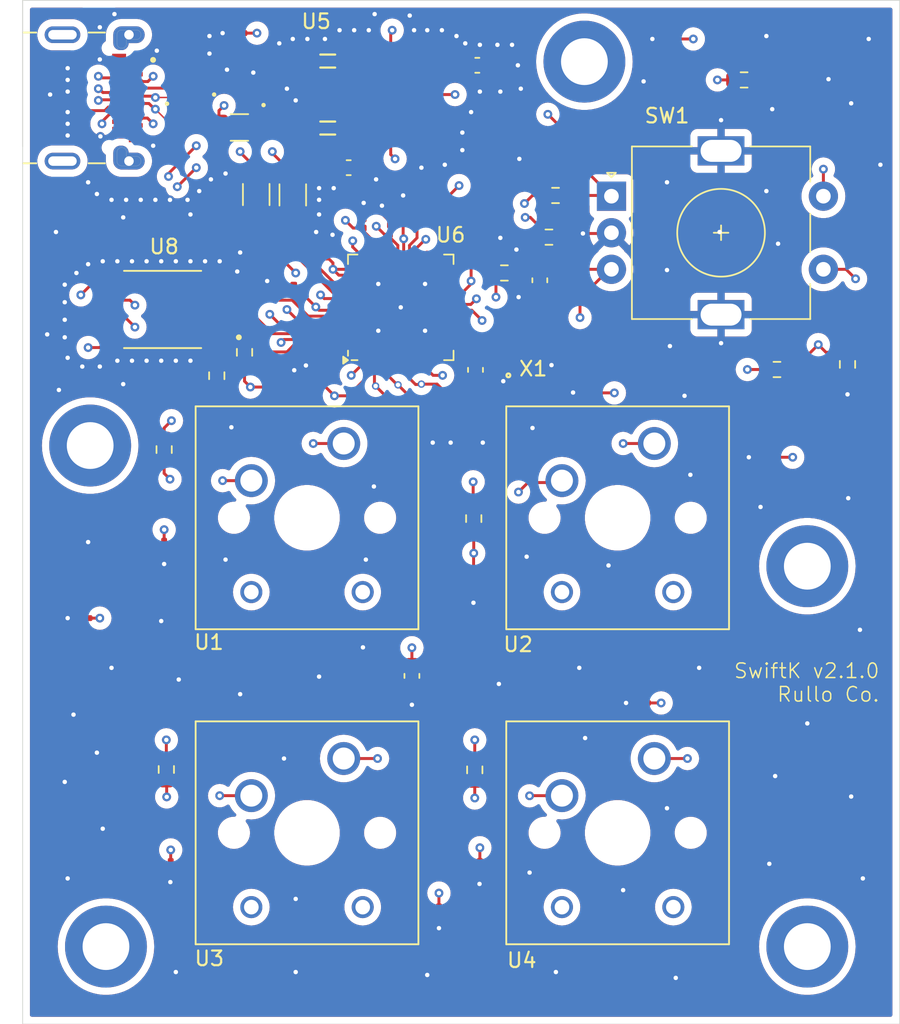
<source format=kicad_pcb>
(kicad_pcb (version 20240108) (generator "pcbnew") (generator_version "8.0")
  (layers (0 "F.Cu" signal "F.Sig1_Cu") (1 "In1.Cu" power "In1.3.3V_Cu") (2 "In2.Cu" signal "In2.Sig2_Cu") (31 "B.Cu" power "B.GND_Cu") (34 "B.Paste" user) (35 "F.Paste" user) (36 "B.SilkS" user "B.Silkscreen") (37 "F.SilkS" user "F.Silkscreen") (38 "B.Mask" user) (39 "F.Mask" user) (44 "Edge.Cuts" user))
  (net 0 "")
  (net 1 "GPIO3")
  (net 2 "GND")
  (net 3 "GPIO1")
  (net 4 "GPIO2")
  (net 5 "ROTARY_A")
  (net 6 "ROTARY_B")
  (net 7 "ROTARY_S1")
  (net 8 "+3.3V")
  (net 9 "XIN")
  (net 10 "+1V1")
  (net 11 "GPIO0")
  (net 12 "+5V")
  (net 13 "Net-(J2-CC2)")
  (net 15 "USB_D-")
  (net 17 "Net-(J2-CC1)")
  (net 21 "USB_D+")
  (net 27 "Net-(R1-Pad1)")
  (net 28 "Net-(R2-Pad1)")
  (net 29 "Net-(R3-Pad1)")
  (net 30 "Net-(R12-Pad1)")
  (net 31 "Net-(R10-Pad1)")
  (net 32 "LED_GPIO")
  (net 33 "Net-(R14-Pad1)")
  (net 34 "Net-(U6-USB_DP)")
  (net 35 "Net-(U6-USB_DM)")
  (net 36 "XOUT")
  (net 37 "QSPI_SS")
  (net 38 "USB_BOOT")
  (net 39 "Net-(R23-Pad1)")
  (net 50 "QSPI_SD3")
  (net 58 "QSPI_SCLK")
  (net 61 "QSPI_SD2")
  (net 66 "QSPI_SD0")
  (net 69 "QSPI_SD1")
  (net 70 "Net-(U5-VI)")
  (net 71 "Net-(C26-Pad2)")
  (net 72 "Net-(D2-Pad2)")
  (net 73 "Net-(J2-SHIELD-PadSH1)")
  (footprint "Capacitor_SMD:C_0603_1608Metric" (layer "F.Cu") (at 149.275 68.8)
    (property "Reference" "C9" (hide yes))
    (property "Value" "10uF" (hide yes))
  )
  (footprint "Resistor_SMD:R_0603_1608Metric" (layer "F.Cu") (at 154.175 80.55 180)
    (property "Reference" "R10" (hide yes))
    (property "Value" "470R" (hide yes))
  )
  (footprint "CAD_import_files:CHERRY_MX1A-11NN_SWITCH" (layer "F.Cu") (at 137.625 121.28)
    (property "Reference" "U3")
    (property "Value" "Key_Switch")
  )
  (footprint "Capacitor_SMD:C_0201_0603Metric" (layer "F.Cu") (at 157.305 91.2)
    (property "Reference" "C21" (hide yes))
    (property "Value" "100nF" (hide yes))
  )
  (footprint "Resistor_SMD:R_0201_0603Metric" (layer "F.Cu") (at 129.595 66.8 180)
    (property "Reference" "R7" (hide yes))
    (property "Value" "5.1k" (hide yes))
  )
  (footprint "Resistor_SMD:R_0201_0603Metric" (layer "F.Cu") (at 123.395 65.3 180)
    (property "Reference" "R8" (hide yes))
    (property "Value" "5.1k" (hide yes))
  )
  (footprint "CAD_import_files:Infineon_ESD108B1CSP0201XTSA1_L" (layer "F.Cu") (at 129.8722 70.8 180)
    (property "Reference" "CR3" (hide yes))
    (property "Value" "ESD108B1CSP0201XTSA1" (hide yes))
  )
  (footprint "Capacitor_SMD:C_0201_0603Metric" (layer "F.Cu") (at 122.395 106.6)
    (property "Reference" "C18" (hide yes))
    (property "Value" "100nF" (hide yes))
  )
  (footprint "Package_DFN_QFN:QFN-56-1EP_7x7mm_P0.4mm_EP3.2x3.2mm" (layer "F.Cu") (at 144.0375 85.35 90)
    (property "Reference" "U6")
    (property "Value" "RP2040" (hide yes))
  )
  (footprint "Capacitor_SMD:C_0201_0603Metric" (layer "F.Cu") (at 136.395 83.8 180)
    (property "Reference" "C16" (hide yes))
    (property "Value" "1uF" (hide yes))
  )
  (footprint "Resistor_SMD:R_0603_1608Metric" (layer "F.Cu") (at 131.45 90.025 90)
    (property "Reference" "R20" (hide yes))
    (property "Value" "1k" (hide yes))
  )
  (footprint "Capacitor_SMD:C_0603_1608Metric" (layer "F.Cu") (at 140.475 75.8 180)
    (property "Reference" "C8" (hide yes))
    (property "Value" "10uF" (hide yes))
  )
  (footprint "MountingHole:MountingHole_3.2mm_M3_DIN965_Pad" (layer "F.Cu") (at 171.85 129.06)
    (property "Reference" "H5" (hide yes))
    (property "Value" "MountingHole" (hide yes))
  )
  (footprint "Resistor_SMD:R_0603_1608Metric" (layer "F.Cu") (at 133.35 88.425 90)
    (property "Reference" "R19" (hide yes))
    (property "Value" "10k" (hide yes))
  )
  (footprint "MountingHole:MountingHole_3.2mm_M3_DIN965_Pad" (layer "F.Cu") (at 122.79 94.8)
    (property "Reference" "H4" (hide yes))
    (property "Value" "MountingHole" (hide yes))
  )
  (footprint "Capacitor_SMD:C_0201_0603Metric" (layer "F.Cu") (at 160.595 112.4)
    (property "Reference" "C22" (hide yes))
    (property "Value" "100nF" (hide yes))
  )
  (footprint "MountingHole:MountingHole_3.2mm_M3_DIN965_Pad" (layer "F.Cu") (at 171.85 103.05)
    (property "Reference" "H2" (hide yes))
    (property "Value" "MountingHole" (hide yes))
  )
  (footprint "Resistor_SMD:R_0603_1608Metric" (layer "F.Cu") (at 174.6 89.25 -90)
    (property "Reference" "R14" (hide yes))
    (property "Value" "10k" (hide yes))
  )
  (footprint "Capacitor_SMD:C_0201_0603Metric" (layer "F.Cu") (at 132.995 66.6)
    (property "Reference" "C23" (hide yes))
    (property "Value" "100nF" (hide yes))
  )
  (footprint "Resistor_SMD:R_0201_0603Metric" (layer "F.Cu") (at 149.02 104.295 -90)
    (property "Reference" "R23" (hide yes))
    (property "Value" "10k" (hide yes))
  )
  (footprint "CAD_import_files:Infineon_ESD108B1CSP0201XTSA1_L" (layer "F.Cu") (at 134.65 70.1222 90)
    (property "Reference" "CR1" (hide yes))
    (property "Value" "ESD108B1CSP0201XTSA1" (hide yes))
  )
  (footprint "Resistor_SMD:R_0603_1608Metric" (layer "F.Cu") (at 154.625 77.7 180)
    (property "Reference" "R9" (hide yes))
    (property "Value" "470R" (hide yes))
  )
  (footprint "CAD_import_files:CHERRY_MX1A-11NN_SWITCH" (layer "F.Cu") (at 158.875 99.74)
    (property "Reference" "U2")
    (property "Value" "Key_Switch")
  )
  (footprint "CAD_import_files:Infineon_ESD108B1CSP0201XTSA1_L" (layer "F.Cu") (at 128.05 72.8222 -90)
    (property "Reference" "CR2" (hide yes))
    (property "Value" "ESD108B1CSP0201XTSA1" (hide yes))
  )
  (footprint "Resistor_SMD:R_0603_1608Metric" (layer "F.Cu") (at 127.85 95.075 90)
    (property "Reference" "R6" (hide yes))
    (property "Value" "470R" (hide yes))
  )
  (footprint "Capacitor_SMD:C_0201_0603Metric" (layer "F.Cu") (at 141.5 79.61 90)
    (property "Reference" "C6" (hide yes))
    (property "Value" "100nF" (hide yes))
  )
  (footprint "CAD_import_files:Winbond_Elec_W25Q128JVSIQ" (layer "F.Cu") (at 127.745 85.495 180)
    (property "Reference" "U8")
    (property "Value" "W25Q128JVSIQ" (hide yes))
  )
  (footprint "CAD_import_files:Abracon_LLC_ABM8-272-T3" (layer "F.Cu") (at 152.5 86.900001 90)
    (property "Reference" "X1")
    (property "Value" "ABM8-272-T3" (hide yes))
  )
  (footprint "Resistor_SMD:R_1206_3216Metric" (layer "F.Cu") (at 136.65 77.6625 -90)
    (property "Reference" "R17" (hide yes))
    (property "Value" "27R" (hide yes))
  )
  (footprint "Resistor_SMD:R_0603_1608Metric" (layer "F.Cu") (at 167.525 69.8)
    (property "Reference" "R11" (hide yes))
    (property "Value" "180R" (hide yes))
  )
  (footprint "Resistor_SMD:R_0201_0603Metric" (layer "F.Cu") (at 128.3 123.555 -90)
    (property "Reference" "R2" (hide yes))
    (property "Value" "10k" (hide yes))
  )
  (footprint "Capacitor_SMD:C_0201_0603Metric" (layer "F.Cu") (at 149.65 93.35 90)
    (property "Reference" "C25" (hide yes))
    (property "Value" "100nF" (hide yes))
  )
  (footprint "Capacitor_SMD:C_0201_0603Metric" (layer "F.Cu") (at 134.65 81.6)
    (property "Reference" "C15" (hide yes))
    (property "Value" "100nF" (hide yes))
  )
  (footprint "CAD_import_files:liteon_LTST-C191KRKT" (layer "F.Cu") (at 171.2 69.8 180)
    (property "Reference" "D2" (hide yes))
    (property "Value" "LTST-C191KRKT" (hide yes))
  )
  (footprint "CAD_import_files:onsemi_NCP1117DT33RKG_S" (layer "F.Cu") (at 143.35 70.8 -90)
    (property "Reference" "U5")
    (property "Value" "NCP1117DT33RKG" (hide yes))
  )
  (footprint "Fuse:Fuse_1206_3216Metric" (layer "F.Cu") (at 133 73.05)
    (property "Reference" "F1" (hide yes))
    (property "Value" "SMD1206P050TF" (hide yes))
  )
  (footprint "Capacitor_SMD:C_0201_0603Metric" (layer "F.Cu") (at 162.505 67)
    (property "Reference" "C20" (hide yes))
    (property "Value" "100nF" (hide yes))
  )
  (footprint "Resistor_SMD:R_0201_0603Metric" (layer "F.Cu") (at 155.85 74.595 90)
    (property "Reference" "R12" (hide yes))
    (property "Value" "10k" (hide yes))
  )
  (footprint "Resistor_SMD:R_0603_1608Metric" (layer "F.Cu") (at 149.03 99.795 90)
    (property "Reference" "R24" (hide yes))
    (property "Value" "470R" (hide yes))
  )
  (footprint "Resistor_SMD:R_0603_1608Metric" (layer "F.Cu") (at 169.775 89.6)
    (property "Reference" "R15" (hide yes))
    (property "Value" "470R" (hide yes))
  )
  (footprint "Capacitor_SMD:C_0201_0603Metric" (layer "F.Cu") (at 139 81.595 -90)
    (property "Reference" "C17" (hide yes))
    (property "Value" "1uF" (hide yes))
  )
  (footprint "Capacitor_SMD:C_0201_0603Metric" (layer "F.Cu") (at 169.305 95.6)
    (property "Reference" "C19" (hide yes))
    (property "Value" "100nF" (hide yes))
  )
  (footprint "Capacitor_SMD:C_0201_0603Metric" (layer "F.Cu") (at 144.2 78.82 90)
    (property "Reference" "C7" (hide yes))
    (property "Value" "100nF" (hide yes))
  )
  (footprint "Resistor_SMD:R_0603_1608Metric" (layer "F.Cu") (at 151.125 83 180)
    (property "Reference" "R21" (hide yes))
    (property "Value" "1k" (hide yes))
  )
  (footprint "Capacitor_SMD:C_0603_1608Metric" (layer "F.Cu") (at 149.15 89.625 90)
    (property "Reference" "C4" (hide yes))
    (property "Value" "15pF" (hide yes))
  )
  (footprint "CAD_import_files:RotaryEncoder_Alps_EC11E-Switch_Vertical_H20mm" (layer "F.Cu") (at 158.45 77.75)
    (property "Reference" "SW1")
    (property "Value" "RotaryEncoder_Switch_MP" (hide yes))
  )
  (footprint "CAD_import_files:CHERRY_MX1A-11NN_SWITCH" (layer "F.Cu") (at 137.625 99.74)
    (property "Reference" "U1")
    (property "Value" "Key_Switch")
  )
  (footprint "Resistor_SMD:R_0201_0603Metric" (layer "F.Cu") (at 149.45 123.55 -90)
    (property "Reference" "R1" (hide yes))
    (property "Value" "10k" (hide yes))
  )
  (footprint "Capacitor_SMD:C_0201_0603Metric" (layer "F.Cu") (at 143.3 80.045 90)
    (property "Reference" "C5" (hide yes))
    (property "Value" "100nF" (hide yes))
  )
  (footprint "Capacitor_SMD:C_0201_0603Metric" (layer "F.Cu") (at 135.725 90.8 180)
    (property "Reference" "C13" (hide yes))
    (property "Value" "100nF" (hide yes))
  )
  (footprint "Capacitor_SMD:C_0201_0603Metric" (layer "F.Cu") (at 146.65 126.655 90)
    (property "Reference" "C24" (hide yes))
    (property "Value" "100nF" (hide yes))
  )
  (footprint "Resistor_SMD:R_0201_0603Metric" (layer "F.Cu") (at 127.85 101.655 -90)
    (property "Reference" "R3" (hide yes))
    (property "Value" "10k" (hide yes))
  )
  (footprint "Capacitor_SMD:C_0201_0603Metric" (layer "F.Cu") (at 146.25 93.35 90)
    (property "Reference" "C2" (hide yes))
    (property "Value" "100nF" (hide yes))
  )
  (footprint "Capacitor_SMD:C_0201_0603Metric" (layer "F.Cu") (at 149.705 80.6 180)
    (property "Reference" "C14" (hide yes))
    (property "Value" "100nF" (hide yes))
  )
  (footprint "CAD_import_files:te_connectivity_2345986-1" (layer "F.Cu") (at 122.145 71.03 -90)
    (property "Reference" "J2" (hide yes))
    (property "Value" "USB-C" (hide yes))
    (fp_line (start -3.72 -2.475) (end -4.32 -2.475) (stroke (width 0.01)) (layer "Edge.Cuts"))
    (fp_line (start 3.72 -2.475) (end 4.32 -2.475) (stroke (width 0.01)) (layer "Edge.Cuts"))
    (fp_line (start -4.645 -2.8) (end -4.645 -3.8) (stroke (width 0.01)) (layer "Edge.Cuts"))
    (fp_line (start 4.645 -2.8) (end 4.645 -3.8) (stroke (width 0.01)) (layer "Edge.Cuts"))
    (fp_line (start -3.995 -3.125) (end -3.72 -3.125) (stroke (width 0.01)) (layer "Edge.Cuts"))
    (fp_line (start 3.995 -3.125) (end 3.72 -3.125) (stroke (width 0.01)) (layer "Edge.Cuts"))
    (fp_line (start -3.995 -3.8) (end -3.995 -3.125) (stroke (width 0.01)) (layer "Edge.Cuts"))
    (fp_line (start 3.995 -3.8) (end 3.995 -3.125) (stroke (width 0.01)) (layer "Edge.Cuts"))
    (fp_arc (start -4.32 -2.475) (mid -4.54981 -2.57019) (end -4.645 -2.8) (stroke (width 0.01)) (layer "Edge.Cuts"))
    (fp_arc (start 3.72 -2.475) (mid 3.49019 -2.57019) (end 3.395 -2.8) (stroke (width 0.01)) (layer "Edge.Cuts"))
    (fp_arc (start -3.395 -2.8) (mid -3.49019 -2.57019) (end -3.72 -2.475) (stroke (width 0.01)) (layer "Edge.Cuts"))
    (fp_arc (start 3.395 -2.8) (mid 3.49019 -3.02981) (end 3.72 -3.125) (stroke (width 0.01)) (layer "Edge.Cuts"))
    (fp_arc (start 4.645 -2.8) (mid 4.54981 -2.57019) (end 4.32 -2.475) (stroke (width 0.01)) (layer "Edge.Cuts"))
    (fp_arc (start -3.72 -3.125) (mid -3.49019 -3.02981) (end -3.395 -2.8) (stroke (width 0.01)) (layer "Edge.Cuts"))
    (fp_arc (start -4.645 -3.8) (mid -4.54981 -4.02981) (end -4.32 -4.125) (stroke (width 0.01)) (layer "Edge.Cuts"))
    (fp_arc (start 3.995 -3.8) (mid 4.09019 -4.02981) (end 4.32 -4.125) (stroke (width 0.01)) (layer "Edge.Cuts"))
    (fp_arc (start -4.32 -4.125) (mid -4.09019 -4.02981) (end -3.995 -3.8) (stroke (width 0.01)) (layer "Edge.Cuts"))
    (fp_arc (start 4.32 -4.125) (mid 4.54981 -4.02981) (end 4.645 -3.8) (stroke (width 0.01)) (layer "Edge.Cuts"))
  )
  (footprint "MountingHole:MountingHole_3.2mm_M3_DIN965_Pad" (layer "F.Cu") (at 123.87 129.06)
    (property "Reference" "H3" (hide yes))
    (property "Value" "MountingHole" (hide yes))
  )
  (footprint "Resistor_SMD:R_1206_3216Metric" (layer "F.Cu") (at 134.15 77.6375 -90)
    (property "Reference" "R16" (hide yes))
    (property "Value" "27R" (hide yes))
  )
  (footprint "MountingHole:MountingHole_3.2mm_M3_DIN965_Pad" (layer "F.Cu") (at 156.6 68.55)
    (property "Reference" "H1" (hide yes))
    (property "Value" "MountingHole" (hide yes))
  )
  (footprint "Resistor_SMD:R_0201_0603Metric" (layer "F.Cu") (at 156.3 84.695 -90)
    (property "Reference" "R13" (hide yes))
    (property "Value" "10k" (hide yes))
  )
  (footprint "Resistor_SMD:R_0603_1608Metric" (layer "F.Cu") (at 128 116.95 90)
    (property "Reference" "R5" (hide yes))
    (property "Value" "470R" (hide yes))
  )
  (footprint "Resistor_SMD:R_0603_1608Metric" (layer "F.Cu") (at 149.1 116.975 90)
    (property "Reference" "R4" (hide yes))
    (property "Value" "470R" (hide yes))
  )
  (footprint "Capacitor_SMD:C_0201_0603Metric" (layer "F.Cu") (at 147.45 93.345 90)
    (property "Reference" "C1" (hide yes))
    (property "Value" "100nF" (hide yes))
  )
  (footprint "CAD_import_files:CHERRY_MX1A-11NN_SWITCH" (layer "F.Cu") (at 158.875 121.28)
    (property "Reference" "U4")
    (property "Value" "Key_Switch")
  )
  (footprint "Capacitor_SMD:C_0603_1608Metric" (layer "F.Cu") (at 144.8 110.55 -90)
    (property "Reference" "C12" (hide yes))
    (property "Value" "10uF" (hide yes))
  )
  (footprint "Capacitor_SMD:C_0201_0603Metric" (layer "F.Cu") (at 138.55 89.9 -90)
    (property "Reference" "C3" (hide yes))
    (property "Value" "100nF" (hide yes))
  )
  (footprint "Capacitor_SMD:C_0603_1608Metric" (layer "F.Cu") (at 153.55 83.5 -90)
    (property "Reference" "C26" (hide yes))
    (property "Value" "15pF" (hide yes))
  )
  (gr_line (start 178.17 64.36) (end 118.17 64.36) (stroke (width 0.05)) (layer "Edge.Cuts"))
  (gr_line (start 118.17 64.36) (end 118.17 74.36) (stroke (width 0.05)) (layer "Edge.Cuts"))
  (gr_line (start 178.17 134.36) (end 118.17 134.36) (stroke (width 0.05)) (layer "Edge.Cuts"))
  (gr_line (start 118.17 134.36) (end 118.17 64.36) (stroke (width 0.05)) (layer "Edge.Cuts"))
  (gr_line (start 178.17 134.36) (end 178.17 64.36) (stroke (width 0.05)) (layer "Edge.Cuts"))
  (gr_text "SwiftK v2.1.0\nRullo Co." (at 176.85 112.4 0) (layer "F.SilkS") (effects (font (size 1 1) (thickness 0.1)) (justify right bottom)))
  (segment (start 145.45 90.6) (end 146.525 90.6) (width 0.2) (layer "F.Cu") (net 1))
  (segment (start 148.875 91.425) (end 149.65 92.2) (width 0.2) (layer "F.Cu") (net 1))
  (segment (start 148.99 98.93) (end 149.03 98.97) (width 0.2) (layer "F.Cu") (net 1))
  (segment (start 148.99 97.28) (end 148.99 98.93) (width 0.2) (layer "F.Cu") (net 1))
  (segment (start 145.45 90.6) (end 145.425 90.625) (width 0.2) (layer "F.Cu") (net 1))
  (segment (start 143.24114 89.525) (end 143.0375 89.32136) (width 0.2) (layer "F.Cu") (net 1))
  (segment (start 149.65 92.2) (end 149.65 93.03) (width 0.2) (layer "F.Cu") (net 1))
  (segment (start 145.425 90.625) (end 145.05 90.625) (width 0.2) (layer "F.Cu") (net 1))
  (segment (start 143.0375 89.32136) (end 143.0375 88.7875) (width 0.2) (layer "F.Cu") (net 1))
  (segment (start 146.525 90.6) (end 147.35 91.425) (width 0.2) (layer "F.Cu") (net 1))
  (segment (start 143.95 89.525) (end 143.24114 89.525) (width 0.2) (layer "F.Cu") (net 1))
  (segment (start 148.99 97.28) (end 149.02 97.31) (width 0.2) (layer "F.Cu") (net 1))
  (segment (start 145.05 90.625) (end 143.95 89.525) (width 0.2) (layer "F.Cu") (net 1))
  (segment (start 147.35 91.425) (end 148.875 91.425) (width 0.2) (layer "F.Cu") (net 1))
  (via (at 148.99 97.28) (size 0.6) (drill 0.3) (layers "F.Cu" "B.Cu") (net 1))
  (via (at 145.45 90.6) (size 0.5) (drill 0.3) (layers "F.Cu" "B.Cu") (net 1))
  (segment (start 135.726501 67.3) (end 136.9365 68.509999) (width 0.2) (layer "F.Cu") (net 2))
  (segment (start 149.425 124.775) (end 149.425 123.895) (width 0.2) (layer "F.Cu") (net 2))
  (segment (start 142.75 78.95) (end 143.3 79.5) (width 0.2) (layer "F.Cu") (net 2))
  (segment (start 152.1 84.65) (end 151.4 85.35) (width 0.2) (layer "F.Cu") (net 2))
  (segment (start 131.85 66.6) (end 132.675 66.6) (width 0.2) (layer "F.Cu") (net 2))
  (segment (start 156.5 80.3) (end 158.4 80.3) (width 0.2) (layer "F.Cu") (net 2))
  (segment (start 132.04 82.9) (end 131.35 83.59) (width 0.2) (layer "F.Cu") (net 2))
  (segment (start 151.05 90.4) (end 149.15 90.4) (width 0.2) (layer "F.Cu") (net 2))
  (segment (start 173.3 69.75) (end 172.05 69.75) (width 0.2) (layer "F.Cu") (net 2))
  (segment (start 134.5865 69.9365) (end 134.65 69.9365) (width 0.1) (layer "F.Cu") (net 2))
  (segment (start 137.805 89.58) (end 138.55 89.58) (width 0.2) (layer "F.Cu") (net 2))
  (segment (start 134.9 83.55) (end 135.15 83.8) (width 0.2) (layer "F.Cu") (net 2))
  (segment (start 159.45 112.4) (end 160.275 112.4) (width 0.2) (layer "F.Cu") (net 2))
  (segment (start 130.45 70.8) (end 130.0579 70.8) (width 0.2) (layer "F.Cu") (net 2))
  (segment (start 147.45 93.665) (end 147.45 94.6) (width 0.2) (layer "F.Cu") (net 2))
  (segment (start 167.85 95.6) (end 169.075 95.6) (width 0.2) (layer "F.Cu") (net 2))
  (segment (start 128.05 73.35) (end 128.05 73) (width 0.1) (layer "F.Cu") (net 2))
  (segment (start 165.95 87.8) (end 165.95 85.85) (width 0.2) (layer "F.Cu") (net 2))
  (segment (start 128.275 123.9) (end 128.3 123.875) (width 0.2) (layer "F.Cu") (net 2))
  (segment (start 165.95 72.55) (end 165.95 74.65) (width 0.2) (layer "F.Cu") (net 2))
  (segment (start 121.25 106.6) (end 122.075 106.6) (width 0.2) (layer "F.Cu") (net 2))
  (segment (start 148.98 105.56) (end 149.02 105.52) (width 0.2) (layer "F.Cu") (net 2))
  (segment (start 124.645 68.285) (end 124.77 68.16) (width 0.05) (layer "F.Cu") (net 2))
  (segment (start 133.95 69.3) (end 134.5865 69.9365) (width 0.1) (layer "F.Cu") (net 2))
  (segment (start 149.02 105.52) (end 149.02 104.615) (width 0.2) (layer "F.Cu") (net 2))
  (segment (start 144.2 77.7) (end 144.2 78.5) (width 0.2) (layer "F.Cu") (net 2))
  (segment (start 124.45 65.3) (end 123.715 65.3) (width 0.2) (layer "F.Cu") (net 2))
  (segment (start 126.52 67.8) (end 125.91 68.41) (width 0.2) (layer "F.Cu") (net 2))
  (segment (start 127.85 101.975) (end 127.85 102.9) (width 0.2) (layer "F.Cu") (net 2))
  (segment (start 158.4 80.3) (end 158.45 80.25) (width 0.2) (layer "F.Cu") (net 2))
  (segment (start 155.85 91.2) (end 156.985 91.2) (width 0.2) (layer "F.Cu") (net 2))
  (segment (start 146.225 94.6) (end 146.225 93.695) (width 0.2) (layer "F.Cu") (net 2))
  (segment (start 149.65 94.6) (end 149.65 93.67) (width 0.2) (layer "F.Cu") (net 2))
  (segment (start 132.85 82.9) (end 132.04 82.9) (width 0.2) (layer "F.Cu") (net 2))
  (segment (start 150.85 80.6) (end 150.025 80.6) (width 0.2) (layer "F.Cu") (net 2))
  (segment (start 123.45 68.4) (end 123.565 68.285) (width 0.05) (layer "F.Cu") (net 2))
  (segment (start 129.915 66.8) (end 130.95 66.8) (width 0.2) (layer "F.Cu") (net 2))
  (segment (start 143.3 79.5) (end 143.3 79.725) (width 0.2) (layer "F.Cu") (net 2))
  (segment (start 137.55 89.325) (end 137.805 89.58) (width 0.2) (layer "F.Cu") (net 2))
  (segment (start 139.37 80.39) (end 139 80.76) (width 0.2) (layer "F.Cu") (net 2))
  (segment (start 151.95 81.4) (end 153.275 82.725) (width 0.2) (layer "F.Cu") (net 2))
  (segment (start 152.05 68.8) (end 150.05 68.8) (width 0.2) (layer "F.Cu") (net 2))
  (segment (start 141.5 78.21) (end 141.5 79.29) (width 0.2) (layer "F.Cu") (net 2))
  (segment (start 153.275 82.725) (end 153.55 82.725) (width 0.2) (layer "F.Cu") (net 2))
  (segment (start 135.15 83.8) (end 136.075 83.8) (width 0.2) (layer "F.Cu") (net 2))
  (segment (start 123.49 73.66) (end 124.77 73.66) (width 0.2) (layer "F.Cu") (net 2))
  (segment (start 123.565 68.285) (end 124.645 68.285) (width 0.1) (layer "F.Cu") (net 2))
  (segment (start 149.425 123.895) (end 149.45 123.87) (width 0.2) (layer "F.Cu") (net 2))
  (segment (start 126.71 73.91) (end 127.1 74.3) (width 0.2) (layer "F.Cu") (net 2))
  (segment (start 142.35 76.6) (end 142.05 76.6) (width 0.2) (layer "F.Cu") (net 2))
  (segment (start 174.6 91.3) (end 174.6 90.075) (width 0.2) (layer "F.Cu") (net 2))
  (segment (start 142.75 78.4) (end 142.75 78.95) (width 0.2) (layer "F.Cu") (net 2))
  (segment (start 132.15 69.1) (end 130.45 70.8) (width 0.2) (layer "F.Cu") (net 2))
  (segment (start 136.045 90.355) (end 136.75 89.65) (width 0.2) (layer "F.Cu") (net 2))
  (segment (start 146.3 86.35) (end 145.7 86.95) (width 0.2) (layer "F.Cu") (net 2))
  (segment (start 146.65 127.8) (end 146.65 126.975) (width 0.2) (layer "F.Cu") (net 2))
  (segment (start 134.33 81.6) (end 133.05 81.6) (width 0.2) (layer "F.Cu") (net 2))
  (segment (start 155.825 91.175) (end 155.85 91.2) (width 0.2) (layer "F.Cu") (net 2))
  (segment (start 144.8 112.525) (end 144.8 111.325) (width 0.2) (layer "F.Cu") (net 2))
  (segment (start 127.35 67.8) (end 126.52 67.8) (width 0.2) (layer "F.Cu") (net 2))
  (segment (start 125.91 73.91) (end 126.71 73.91) (width 0.2) (layer "F.Cu") (net 2))
  (segment (start 151.4 85.35) (end 151.4 86.1) (width 0.2) (layer "F.Cu") (net 2))
  (segment (start 154.35 89.3) (end 154.35 88.450002) (width 0.2) (layer "F.Cu") (net 2))
  (segment (start 161.25 67) (end 162.185 67) (width 0.2) (layer "F.Cu") (net 2))
  (segment (start 136.045 90.8) (end 136.045 90.355) (width 0.2) (layer "F.Cu") (net 2))
  (segment (start 127.1 74.3) (end 128.05 73.35) (width 0.1) (layer "F.Cu") (net 2))
  (segment (start 147.475 86.35) (end 146.3 86.35) (width 0.2) (layer "F.Cu") (net 2))
  (segment (start 154.35 88.450002) (end 153.6 87.700002) (width 0.2) (layer "F.Cu") (net 2))
  (segment (start 142.05 76.6) (end 141.25 75.8) (width 0.2) (layer "F.Cu") (net 2))
  (segment (start 128.275 124.65) (end 128.275 123.9) (width 0.2) (layer "F.Cu") (net 2))
  (segment (start 139 80.76) (end 139 81.275) (width 0.2) (layer "F.Cu") (net 2))
  (via (at 163.45 91.4) (size 0.6) (drill 0.3) (layers "F.Cu" "B.Cu") (net 2))
  (via (at 149.425 124.775) (size 0.6) (drill 0.3) (layers "F.Cu" "B.Cu") (net 2))
  (via (at 173.3 69.75) (size 0.6) (drill 0.3) (layers "F.Cu" "B.Cu") (net 2))
  (via (at 123.45 89.4) (size 0.6) (drill 0.3) (layers "F.Cu" "B.Cu") (net 2))
  (via (at 147.45 94.6) (size 0.6) (drill 0.3) (layers "F.Cu" "B.Cu") (net 2))
  (via (at 144.65 65.4) (size 0.6) (drill 0.3) (layers "F.Cu" "B.Cu") (net 2))
  (via (at 126.65 89) (size 0.6) (drill 0.3) (layers "F.Cu" "B.Cu") (net 2))
  (via (at 150.75 111.1) (size 0.6) (drill 0.3) (layers "F.Cu" "B.Cu") (net 2))
  (via (at 150.65 67.4) (size 0.6) (drill 0.3) (layers "F.Cu" "B.Cu") (net 2))
  (via (at 148.45 67.3) (size 0.6) (drill 0.3) (layers "F.Cu" "B.Cu") (net 2))
  (via (at 165.85 80.2) (size 0.6) (drill 0.3) (layers "F.Cu" "B.Cu") (net 2))
  (via (at 121.05 85) (size 0.6) (drill 0.3) (layers "F.Cu" "B.Cu") (net 2))
  (via (at 132.05 102.6) (size 0.6) (drill 0.3) (layers "F.Cu" "B.Cu") (net 2))
  (via (at 162.25 82.8) (size 0.6) (drill 0.3) (layers "F.Cu" "B.Cu") (net 2))
  (via (at 152.25 70.4) (size 0.6) (drill 0.3) (layers "F.Cu" "B.Cu") (net 2))
  (via (at 159.45 112.4) (size 0.6) (drill 0.3) (layers "F.Cu" "B.Cu") (net 2))
  (via (at 136.85 125.8) (size 0.6) (drill 0.3) (layers "F.Cu" "B.Cu") (net 2))
  (via (at 131.85 66.6) (size 0.6) (drill 0.3) (layers "F.Cu" "B.Cu") (net 2))
  (via (at 168.65 99) (size 0.6) (drill 0.3) (layers "F.Cu" "B.Cu") (net 2))
  (via (at 128.65 89) (size 0.6) (drill 0.3) (layers "F.Cu" "B.Cu") (net 2))
  (via (at 174.6 91.3) (size 0.6) (drill 0.3) (layers "F.Cu" "B.Cu") (net 2))
  (via (at 136.75 89.65) (size 0.6) (drill 0.3) (layers "F.Cu" "B.Cu") (net 2))
  (via (at 146.85 66.4) (size 0.6) (drill 0.3) (layers "F.Cu" "B.Cu") (net 2))
  (via (at 123.65 82.2) (size 0.6) (drill 0.3) (layers "F.Cu" "B.Cu") (net 2))
  (via (at 132.85 82.9) (size 0.6) (drill 0.3) (layers "F.Cu" "B.Cu") (net 2))
  (via (at 121.25 73.6) (size 0.6) (drill 0.3) (layers "F.Cu" "B.Cu") (net 2))
  (via (at 175.65 124.4) (size 0.6) (drill 0.3) (layers "F.Cu" "B.Cu") (net 2))
  (via (at 121.25 72) (size 0.6) (drill 0.3) (layers "F.Cu" "B.Cu") (net 2))
  (via (at 126.25 78) (size 0.6) (drill 0.3) (layers "F.Cu" "B.Cu") (net 2))
  (via (at 133.05 111.8) (size 0.6) (drill 0.3) (layers "F.Cu" "B.Cu") (net 2))
  (via (at 176.85 75.6) (size 0.6) (drill 0.3) (layers "F.Cu" "B.Cu") (net 2))
  (via (at 128.65 130.8) (size 0.6) (drill 0.3) (layers "F.Cu" "B.Cu") (net 2))
  (via (at 162.85 131.2) (size 0.6) (drill 0.3) (layers "F.Cu" "B.Cu") (net 2))
  (via (at 126.65 82.2) (size 0.6) (drill 0.3) (layers "F.Cu" "B.Cu") (net 2))
  (via (at 129.65 79) (size 0.6) (drill 0.3) (layers "F.Cu" "B.Cu") (net 2))
  (via (at 152.15 75.2) (size 0.6) (drill 0.3) (layers "F.Cu" "B.Cu") (net 2))
  (via (at 128.25 78) (size 0.6) (drill 0.3) (layers "F.Cu" "B.Cu") (net 2))
  (via (at 125.25 78) (size 0.6) (drill 0.3) (layers "F.Cu" "B.Cu") (net 2))
  (via (at 123.49 73.66) (size 0.6) (drill 0.3) (layers "F.Cu" "B.Cu") (net 2))
  (via (at 140.85 66.4) (size 0.6) (drill 0.3) (layers "F.Cu" "B.Cu") (net 2))
  (via (at 164.45 110) (size 0.6) (drill 0.3) (layers "F.Cu" "B.Cu") (net 2))
  (via (at 147.85 66.8) (size 0.6) (drill 0.3) (layers "F.Cu" "B.Cu") (net 2))
  (via (at 169.05 66.8) (size 0.6) (drill 0.3) (layers "F.Cu" "B.Cu") (net 2))
  (via (at 125.05 90.6) (size 0.6) (drill 0.3) (layers "F.Cu" "B.Cu") (net 2))
  (via (at 127.85 102.9) (size 0.6) (drill 0.3) (layers "F.Cu" "B.Cu") (net 2))
  (via (at 125.05 79.2) (size 0.6) (drill 0.3) (layers "F.Cu" "B.Cu") (net 2))
  (via (at 138.45 110.6) (size 0.6) (drill 0.3) (layers "F.Cu" "B.Cu") (net 2))
  (via (at 120.65 91) (size 0.6) (drill 0.3) (layers "F.Cu" "B.Cu") (net 2))
  (via (at 136.85 71.2) (size 0.6) (drill 0.3) (layers "F.Cu" "B.Cu") (net 2))
  (via (at 150.85 70.6) (size 0.6) (drill 0.3) (layers "F.Cu" "B.Cu") (net 2))
  (via (at 145.85 66.4) (size 0.6) (drill 0.3) (layers "F.Cu" "B.Cu") (net 2))
  (via (at 127.65 89) (size 0.6) (drill 0.3) (layers "F.Cu" "B.Cu") (net 2))
  (via (at 160.65 69.9) (size 0.6) (drill 0.3) (layers "F.Cu" "B.Cu") (net 2))
  (via (at 130.65 82.2) (size 0.6) (drill 0.3) (layers "F.Cu" "B.Cu") (net 2))
  (via (at 162.45 88) (size 0.6) (drill 0.3) (layers "F.Cu" "B.Cu") (net 2))
  (via (at 136.65 67) (size 0.6) (drill 0.3) (layers "F.Cu" "B.Cu") (net 2))
  (via (at 176.05 67) (size 0.6) (drill 0.3) (layers "F.Cu" "B.Cu") (net 2))
  (via (at 149.01 105.55) (size 0.6) (drill 0.3) (layers "F.Cu" "B.Cu") (net 2))
  (via (at 141.65 102.6) (size 0.6) (drill 0.3) (layers "F.Cu" "B.Cu") (net 2))
  (via (at 138.45 77.2) (size 0.6) (drill 0.3) (layers "F.Cu" "B.Cu") (net 2))
  (via (at 136.85 130.8) (size 0.6) (drill 0.3) (layers "F.Cu" "B.Cu") (net 2))
  (via (at 142.5 86.95) (size 0.6) (drill 0.3) (layers "F.Cu" "B.Cu") (net 2))
  (via (at 123.45 66.2) (size 0.6) (drill 0.3) (layers "F.Cu" "B.Cu") (net 2))
  (via (at 169.05 77.4) (size 0.6) (drill 0.3) (layers "F.Cu" "B.Cu") (net 2))
  (via (at 128.85 110.8) (size 0.6) (drill 0.3) (layers "F.Cu" "B.Cu") (net 2))
  (via (at 136.25 70.4) (size 0.6) (drill 0.3) (layers "F.Cu" "B.Cu") (net 2))
  (via (at 146.225 94.6) (size 0.6) (drill 0.3) (layers "F.Cu" "B.Cu") (net 2))
  (via (at 156.5 80.3) (size 0.6) (drill 0.3) (layers "F.Cu" "B.Cu") (net 2))
  (via (at 142.5 83.75) (size 0.6) (drill 0.3) (layers "F.Cu" "B.Cu") (net 2))
  (via (at 154.65 130.8) (size 0.6) (drill 0.3) (layers "F.Cu" "B.Cu") (net 2))
  (via (at 121.85 83) (size 0.6) (drill 0.3) (layers "F.Cu" "B.Cu") (net 2))
  (via (at 130.95 68) (size 0.6) (drill 0.3) (layers "F.Cu" "B.Cu") (net 2))
  (via (at 165.95 87.8) (size 0.6) (drill 0.3) (layers "F.Cu" "B.Cu") (net 2))
  (via (at 139.45 77.2) (size 0.6) (drill 0.3) (layers "F.Cu" "B.Cu") (net 2))
  (via (at 124.25 110) (size 0.6) (drill 0.3) (layers "F.Cu" "B.Cu") (net 2))
  (via (at 124.65 89) (size 0.6) (drill 0.3) (layers "F.Cu" "B.Cu") (net 2))
  (via (at 138.45 78) (size 0.6) (drill 0.3) (layers "F.Cu" "B.Cu") (net 2))
  (via (at 121.05 117.8) (size 0.6) (drill 0.3) (layers "F.Cu" "B.Cu") (net 2))
  (via (at 123.25 77.6) (size 0.6) (drill 0.3) (layers "F.Cu" "B.Cu") (net 2))
  (via (at 174.85 71.4) (size 0.6) (drill 0.3) (layers "F.Cu" "B.Cu") (net 2))
  (via (at 138.25 80.2) (size 0.6) (drill 0.3) (layers "F.Cu" "B.Cu") (net 2))
  (via (at 169.65 117.4) (size 0.6) (drill 0.3) (layers "F.Cu" "B.Cu") (net 2))
  (via (at 139.37 80.39) (size 0.6) (drill 0.3) (layers "F.Cu" "B.Cu") (net 2))
  (via (at 161.25 67) (size 0.6) (drill 0.3) (layers "F.Cu" "B.Cu") (net 2))
  (via (at 133.95 69.3) (size 0.6) (drill 0.3) (layers "F.Cu" "B.Cu") (net 2))
  (via (at 174.85 118.8) (size 0.6) (drill 0.3) (layers "F.Cu" "B.Cu") (net 2))
  (via (at 121.25 72.8) (size 0.6) (drill 0.3) (layers "F.Cu" "B.Cu") (net 2))
  (via (at 124.25 78) (size 0.6) (drill 0.3) (layers "F.Cu" "B.Cu") (net 2))
  (via (at 154.35 89.3) (size 0.6) (drill 0.3) (layers "F.Cu" "B.Cu") (net 2))
  (via (at 122.25 89.4) (size 0.6) (drill 0.3) (layers "F.Cu" "B.Cu") (net 2))
  (via (at 129.65 89) (size 0.6) (drill 0.3) (layers "F.Cu" "B.Cu") (net 2))
  (via (at 142.2 97.6) (size 0.6) (drill 0.3) (layers "F.Cu" "B.Cu") (net 2))
  (via (at 138.85 67) (size 0.6) (drill 0.3) (layers "F.Cu" "B.Cu") (net 2))
  (via (at 152.1 84.65) (size 0.6) (drill 0.3) (layers "F.Cu" "B.Cu") (net 2))
  (via (at 171.85 113.8) (size 0.6) (drill 0.3) (layers "F.Cu" "B.Cu") (net 2))
  (via (at 133.05 81.6) (size 0.6) (drill 0.3) (layers "F.Cu" "B.Cu") (net 2))
  (via (at 131.65 82.2) (size 0.6) (drill 0.3) (layers "F.Cu" "B.Cu") (net 2))
  (via (at 142.75 78.4) (size 0.6) (drill 0.3) (layers "F.Cu" "B.Cu") (net 2))
  (via (at 169.45 71.8) (size 0.6) (drill 0.3) (layers "F.Cu" "B.Cu") (net 2))
  (via (at 141.5 78.21) (size 0.6) (drill 0.3) (layers "F.Cu" "B.Cu") (net 2))
  (via (at 151.05 90.4) (size 0.6) (drill 0.3) (layers "F.Cu" "B.Cu") (net 2))
  (via (at 137.65 67) (size 0.6) (drill 0.3) (layers "F.Cu" "B.Cu") (net 2))
  (via (at 142.25 65.3) (size 0.6) (drill 0.3) (layers "F.Cu" "B.Cu") (net 2))
  (via (at 131.05 76.6) (size 0.6) (drill 0.3) (layers "F.Cu" "B.Cu") (net 2))
  (via (at 142.35 76.6) (size 0.6) (drill 0.3) (layers "F.Cu" "B.Cu") (net 2))
  (via (at 158.25 103) (size 0.6) (drill 0.3) (layers "F.Cu" "B.Cu") (net 2))
  (via (at 145.7 83.75) (size 0.6) (drill 0.3) (layers "F.Cu" "B.Cu") (net 2))
  (via (at 136.05 116.2) (size 0.6) (drill 0.3) (layers "F.Cu" "B.Cu") (net 2))
  (via (at 121.05 87.4) (size 0.6) (drill 0.3) (layers "F.Cu" "B.Cu") (net 2))
  (via (at 151.65 67.4) (size 0.6) (drill 0.3) (layers "F.Cu" "B.Cu") (net 2))
  (via (at 147.05 75.6) (size 0.6) (drill 0.3) (layers "F.Cu" "B.Cu") (net 2))
  (via (at 174.65 98.4) (size 0.6) (drill 0.3) (layers "F.Cu" "B.Cu") (net 2))
  (via (at 145.85 131) (size 0.6) (drill 0.3) (layers "F.Cu" "B.Cu") (net 2))
  (via (at 144.0375 85.35) (size 0.6) (drill 0.3) (layers "F.Cu" "B.Cu") (net 2))
  (via (at 167.85 95.6) (size 0.6) (drill 0.3) (layers "F.Cu" "B.Cu") (net 2))
  (via (at 121.05 83.8) (size 0.6) (drill 0.3) (layers "F.Cu" "B.Cu") (net 2))
  (via (at 130.25 77.4) (size 0.6) (drill 0.3) (layers "F.Cu" "B.Cu") (net 2))
  (via (at 163.85 96.8) (size 0.6) (drill 0.3) (layers "F.Cu" "B.Cu") (net 2))
  (via (at 134.9 83.55) (size 0.6) (drill 0.3) (layers "F.Cu" "B.Cu") (net 2))
  (via (at 152.05 68.8) (size 0.6) (drill 0.3) (layers "F.Cu" "B.Cu") (net 2))
  (via (at 132.15 69.1) (size 0.6) (drill 0.3) (layers "F.Cu" "B.Cu") (net 2))
  (via (at 169.25 123.4) (size 0.6) (drill 0.3) (layers "F.Cu" "B.Cu") (net 2))
  (via (at 123.65 121) (size 0.6) (drill 0.3) (layers "F.Cu" "B.Cu") (net 2))
  (via (at 141.85 66.4) (size 0.6) (drill 0.3) (layers "F.Cu" "B.Cu") (net 2))
  (via (at 162.25 76.8) (size 0.6) (drill 0.3) (layers "F.Cu" "B.Cu") (net 2))
  (via (at 121.25 69) (size 0.6) (drill 0.3) (layers "F.Cu" "B.Cu") (net 2))
  (via (at 149.65 94.6) (size 0.6) (drill 0.3) (layers "F.Cu" "B.Cu") (net 2))
  (via (at 159.25 125.2) (size 0.6) (drill 0.3) (layers "F.Cu" "B.Cu") (net 2))
  (via (at 127.25 78) (size 0.6) (drill 0.3) (layers "F.Cu" "B.Cu") (net 2))
  (via (at 125.65 89) (size 0.6) (drill 0.3) (layers "F.Cu" "B.Cu") (net 2))
  (via (at 127.65 106.8) (size 0.6) (drill 0.3) (layers "F.Cu" "B.Cu") (net 2))
  (via (at 125.65 82.2) (size 0.6) (drill 0.3) (layers "F.Cu" "B.Cu") (net 2))
  (via (at 122.65 82.4) (size 0.6) (drill 0.3) (layers "F.Cu" "B.Cu") (net 2))
  (via (at 121.25 124.4) (size 0.6) (drill 0.3) (layers "F.Cu" "B.Cu") (net 2))
  (via (at 141.45 108.6) (size 0.6) (drill 0.3) (layers "F.Cu" "B.Cu") (net 2))
  (via (at 128.275 124.65) (size 0.6) (drill 0.3) (layers "F.Cu" "B.Cu") (net 2))
  (via (at 150.85 80.6) (size 0.6) (drill 0.3) (layers "F.Cu" "B.Cu") (net 2))
  (via (at 120.45 80.2) (size 0.6) (drill 0.3) (layers "F.Cu" "B.Cu") (net 2))
  (via (at 175.45 107.4) (size 0.6) (drill 0.3) (layers "F.Cu" "B.Cu") (net 2))
  (via (at 121.25 70.6) (size 0.6) (drill 0.3) (layers "F.Cu" "B.Cu") (net 2))
  (via (at 152.65 102.4) (size 0.6) (drill 0.3) (layers "F.Cu" "B.Cu") (net 2))
  (via (at 123.25 115.8) (size 0.6) (drill 0.3) (layers "F.Cu" "B.Cu") (net 2))
  (via (at 130.95 66.8) (size 0.6) (drill 0.3) (layers "F.Cu" "B.Cu") (net 2))
  (via (at 124.45 65.3) (size 0.6) (drill 0.3) (layers "F.Cu" "B.Cu") (net 2))
  (via (at 144.2 77.7) (size 0.6) (drill 0.3) (layers "F.Cu" "B.Cu") (net 2))
  (via (at 144.8 112.525) (size 0.6) (drill 0.3) (layers "F.Cu" "B.Cu") (net 2))
  (via (at 152.85 124) (size 0.6) (drill 0.3) (layers "F.Cu" "B.Cu") (net 2))
  (via (at 149.45 70.6) (size 0.6) (drill 0.3) (layers "F.Cu" "B.Cu") (net 2))
  (via (at 149.45 67.4) (size 0.6) (drill 0.3) (layers "F.Cu" "B.Cu") (net 2))
  (via (at 123.45 68.4) (size 0.6) (drill 0.3) (layers "F.Cu" "B.Cu") (net 2))
  (via (at 145.7 86.95) (size 0.6) (drill 0.3) (layers "F.Cu" "B.Cu") (net 2))
  (via (at 135.726501 67.3) (size 0.6) (drill 0.3) (layers "F.Cu" "B.Cu") (net 2))
  (via (at 121.25 88.8) (size 0.6) (drill 0.3) (layers "F.Cu" "B.Cu") (net 2))
  (via (at 129.45 78) (size 0.6) (drill 0.3) (layers "F.Cu" "B.Cu") (net 2))
  (via (at 132.05 76.2) (size 0.6) (drill 0.3) (layers "F.Cu" "B.Cu") (net 2))
  (via (at 122.65 76.8) (size 0.6) (drill 0.3) (layers "F.Cu" "B.Cu") (net 2))
  (via (at 121.65 113.2) (size 0.6) (drill 0.3) (layers "F.Cu" "B.Cu") (net 2))
  (via (at 139.85 66.4) (size 0.6) (drill 0.3) (layers "F.Cu" "B.Cu") (net 2))
  (via (at 121.25 106.6) (size 0.6) (drill 0.3) (layers "F.Cu" "B.Cu") (net 2))
  (via (at 128.65 82.2) (size 0.6) (drill 0.3) (layers "F.Cu" "B.Cu") (net 2))
  (via (at 148.25 73.4) (size 0.6) (drill 0.3) (layers "F.Cu" "B.Cu") (net 2))
  (via (at 145.45 75.8) (size 0.6) (drill 0.3) (layers "F.Cu" "B.Cu") (net 2))
  (via (at 129.65 82.2) (size 0.6) (drill 0.3) (layers "F.Cu" "B.Cu") (net 2))
  (via (at 146.65 127.8) (size 0.6) (drill 0.3) (layers "F.Cu" "B.Cu") (net 2))
  (via (at 127.1 74.3) (size 0.6) (drill 0.3) (layers "F.Cu" "B.Cu") (net 2))
  (via (at 156.25 110) (size 0.6) (drill 0.3) (layers "F.Cu" "B.Cu") (net 2))
  (via (at 122.65 101.4) (size 0.6) (drill 0.3) (layers "F.Cu" "B.Cu") (net 2))
  (via (at 121.05 86.2) (size 0.6) (drill 0.3) (layers "F.Cu" "B.Cu") (net 2))
  (via (at 155.825 91.175) (size 0.6) (drill 0.3) (layers "F.Cu" "B.Cu") (net 2))
  (via (at 169.85 81) (size 0.6) (drill 0.3) (layers "F.Cu" "B.Cu") (net 2))
  (via (at 144.95 66.4) (size 0.6) (drill 0.3) (layers "F.Cu" "B.Cu") (net 2))
  (via (at 153.05 93.6) (size 0.6) (drill 0.3) (layers "F.Cu" "B.Cu") (net 2))
  (via (at 119.85 87.2) (size 0.6) (drill 0.3) (layers "F.Cu" "B.Cu") (net 2))
  (via (at 138.45 79) (size 0.6) (drill 0.3) (layers "F.Cu" "B.Cu") (net 2))
  (via (at 132.45 93.55) (size 0.6) (drill 0.3) (layers "F.Cu" "B.Cu") (net 2))
  (via (at 121.25 69.8) (size 0.6) (drill 0.3) (layers "F.Cu" "B.Cu") (net 2))
  (via (at 151.95 81.4) (size 0.6) (drill 0.3) (layers "F.Cu" "B.Cu") (net 2))
  (via (at 148.85 72) (size 0.6) (drill 0.3) (layers "F.Cu" "B.Cu") (net 2))
  (via (at 165.95 72.55) (size 0.6) (drill 0.3) (layers "F.Cu" "B.Cu") (net 2))
  (via (at 162.25 119.6) (size 0.6) (drill 0.3) (layers "F.Cu" "B.Cu") (net 2))
  (via (at 148.25 74.6) (size 0.6) (drill 0.3) (layers "F.Cu" "B.Cu") (net 2))
  (via (at 124.65 82.2) (size 0.6) (drill 0.3) (layers "F.Cu" "B.Cu") (net 2))
  (via (at 127.35 67.8) (size 0.6) (drill 0.3) (layers "F.Cu" "B.Cu") (net 2))
  (via (at 120.05 70.8) (size 0.6) (drill 0.3) (layers "F.Cu" "B.Cu") (net 2))
  (via (at 156.65 114.8) (size 0.6) (drill 0.3) (layers "F.Cu" "B.Cu") (net 2))
  (via (at 127.65 82.2) (size 0.6) (drill 0.3) (layers "F.Cu" "B.Cu") (net 2))
  (via (at 137.55 89.325) (size 0.6) (drill 0.3) (layers "F.Cu" "B.Cu") (net 2))
  (segment (start 128 114.925) (end 128 116.125) (width 0.2) (layer "F.Cu") (net 3))
  (segment (start 146.25 92.6) (end 146.25 93.03) (width 0.2) (layer "F.Cu") (net 3))
  (segment (start 145.525 91.875) (end 146.25 92.6) (width 0.2) (layer "F.Cu") (net 3))
  (segment (start 142.31875 90.73125) (end 143.4625 91.875) (width 0.2) (layer "F.Cu") (net 3))
  (segment (start 142.2375 90.65) (end 142.2375 88.7875) (width 0.2) (layer "F.Cu") (net 3))
  (segment (start 143.4625 91.875) (end 145.525 91.875) (width 0.2) (layer "F.Cu") (net 3))
  (segment (start 142.31875 90.73125) (end 142.2375 90.65) (width 0.2) (layer "F.Cu") (net 3))
  (via (at 128 114.925) (size 0.6) (drill 0.3) (layers "F.Cu" "B.Cu") (net 3))
  (via (at 142.31875 90.73125) (size 0.5) (drill 0.3) (layers "F.Cu" "B.Cu") (net 3))
  (segment (start 142.6375 89.487046) (end 142.6375 88.7875) (width 0.2) (layer "F.Cu") (net 4))
  (segment (start 144.675 91.475) (end 145.9 91.475) (width 0.2) (layer "F.Cu") (net 4))
  (segment (start 143.800454 90.65) (end 142.6375 89.487046) (width 0.2) (layer "F.Cu") (net 4))
  (segment (start 145.9 91.475) (end 147.45 93.025) (width 0.2) (layer "F.Cu") (net 4))
  (segment (start 143.85 90.65) (end 144.675 91.475) (width 0.2) (layer "F.Cu") (net 4))
  (segment (start 149.1 114.925) (end 149.1 116.15) (width 0.2) (layer "F.Cu") (net 4))
  (segment (start 143.85 90.65) (end 143.800454 90.65) (width 0.2) (layer "F.Cu") (net 4))
  (via (at 143.85 90.65) (size 0.5) (drill 0.3) (layers "F.Cu" "B.Cu") (net 4))
  (via (at 149.1 114.925) (size 0.6) (drill 0.3) (layers "F.Cu" "B.Cu") (net 4))
  (segment (start 142.920917 80.365) (end 143.3 80.365) (width 0.2) (layer "F.Cu") (net 5))
  (segment (start 143.8375 81.111029) (end 143.3 80.573529) (width 0.2) (layer "F.Cu") (net 5))
  (segment (start 153.05 77.7) (end 153.8 77.7) (width 0.2) (layer "F.Cu") (net 5))
  (segment (start 143.3 80.573529) (end 143.3 80.365) (width 0.2) (layer "F.Cu") (net 5))
  (segment (start 152.5 78.25) (end 153.05 77.7) (width 0.2) (layer "F.Cu") (net 5))
  (segment (start 142.361258 79.805341) (end 142.920917 80.365) (width 0.2) (layer "F.Cu") (net 5))
  (segment (start 143.8375 81.111029) (end 143.8375 81.9125) (width 0.2) (layer "F.Cu") (net 5))
  (via (at 152.5 78.25) (size 0.6) (drill 0.3) (layers "F.Cu" "B.Cu") (net 5))
  (via (at 142.361258 79.805341) (size 0.6) (drill 0.3) (layers "F.Cu" "B.Cu") (net 5))
  (segment (start 143.4375 81.9125) (end 143.4375 81.37864) (width 0.2) (layer "F.Cu") (net 6))
  (segment (start 143.05886 81) (end 142.35 81) (width 0.2) (layer "F.Cu") (net 6))
  (segment (start 141.5 80.15) (end 141.5 79.93) (width 0.2) (layer "F.Cu") (net 6))
  (segment (start 140.25 79.4) (end 140.78 79.93) (width 0.2) (layer "F.Cu") (net 6))
  (segment (start 143.4375 81.37864) (end 143.05886 81) (width 0.2) (layer "F.Cu") (net 6))
  (segment (start 140.78 79.93) (end 141.5 79.93) (width 0.2) (layer "F.Cu") (net 6))
  (segment (start 152.9 79.2) (end 153.35 79.65) (width 0.2) (layer "F.Cu") (net 6))
  (segment (start 152.55 79.2) (end 152.9 79.2) (width 0.2) (layer "F.Cu") (net 6))
  (segment (start 153.35 79.65) (end 153.35 80.55) (width 0.2) (layer "F.Cu") (net 6))
  (segment (start 142.35 81) (end 141.5 80.15) (width 0.2) (layer "F.Cu") (net 6))
  (via (at 140.25 79.4) (size 0.6) (drill 0.3) (layers "F.Cu" "B.Cu") (net 6))
  (via (at 152.55 79.2) (size 0.6) (drill 0.3) (layers "F.Cu" "B.Cu") (net 6))
  (segment (start 144.2375 80.6625) (end 144.2375 81.9125) (width 0.2) (layer "F.Cu") (net 7))
  (segment (start 144.2 79.14) (end 144.2 80.625) (width 0.2) (layer "F.Cu") (net 7))
  (segment (start 168.95 89.6) (end 167.75 89.6) (width 0.2) (layer "F.Cu") (net 7))
  (segment (start 144.2 80.625) (end 144.2375 80.6625) (width 0.2) (layer "F.Cu") (net 7))
  (via (at 144.2375 80.6625) (size 0.6) (drill 0.3) (layers "F.Cu" "B.Cu") (net 7))
  (via (at 167.75 89.6) (size 0.6) (drill 0.3) (layers "F.Cu" "B.Cu") (net 7))
  (segment (start 141.4375 89.2125) (end 141.4375 88.7875) (width 0.2) (layer "F.Cu") (net 8))
  (segment (start 148.1 68.8) (end 145.35 68.8) (width 0.2) (layer "F.Cu") (net 8))
  (segment (start 143.35 74.9) (end 143.35 70.8) (width 0.2) (layer "F.Cu") (net 8))
  (segment (start 139 81.915) (end 139.4 82.315) (width 0.2) (layer "F.Cu") (net 8))
  (segment (start 140.75 80.8) (end 140.75 81.225) (width 0.2) (layer "F.Cu") (net 8))
  (segment (start 122.65 88.1) (end 123.44 88.1) (width 0.2) (layer "F.Cu") (net 8))
  (segment (start 139.4 82.75) (end 140.6 82.75) (width 0.2) (layer "F.Cu") (net 8))
  (segment (start 139.4 82.75) (end 139.8 83.15) (width 0.2) (layer "F.Cu") (net 8))
  (segment (start 140.2 84.75) (end 140.6 85.15) (width 0.2) (layer "F.Cu") (net 8))
  (segment (start 149.215687 84.765687) (end 148.831374 85.15) (width 0.2) (layer "F.Cu") (net 8))
  (segment (start 143.35 66.5) (end 143.35 70.8) (width 0.2) (layer "F.Cu") (net 8))
  (segment (start 133.35 89.25) (end 133.35 90.4) (width 0.2) (layer "F.Cu") (net 8))
  (segment (start 156.3 86.05) (end 156.3 85.015) (width 0.2) (layer "F.Cu") (net 8))
  (segment (start 145.35 68.8) (end 143.35 70.8) (width 0.2) (layer "F.Cu") (net 8))
  (segment (start 162.825 67) (end 164.05 67) (width 0.2) (layer "F.Cu") (net 8))
  (segment (start 140.65 90) (end 141.4375 89.2125) (width 0.2) (layer "F.Cu") (net 8))
  (segment (start 146.25 90) (end 145.975 89.725) (width 0.2) (layer "F.Cu") (net 8))
  (segment (start 122.715 106.6) (end 123.45 106.6) (width 0.2) (layer "F.Cu") (net 8))
  (segment (start 140.75 81.225) (end 141.4375 81.9125) (width 0.2) (layer "F.Cu") (net 8))
  (segment (start 138.55 84.5) (end 138.8 84.75) (width 0.2) (layer "F.Cu") (net 8))
  (segment (start 143.45 66.4) (end 143.35 66.5) (width 0.2) (layer "F.Cu") (net 8))
  (segment (start 145.975 89.725) (end 145.3 89.725) (width 0.2) (layer "F.Cu") (net 8))
  (segment (start 169.625 95.6) (end 170.85 95.6) (width 0.2) (layer "F.Cu") (net 8))
  (segment (start 146.65 125.4) (end 146.65 126.335) (width 0.2) (layer "F.Cu") (net 8))
  (segment (start 133.35 90.4) (end 133.75 90.8) (width 0.2) (layer "F.Cu") (net 8))
  (segment (start 159.25 94.66) (end 161.385 94.66) (width 0.2) (layer "F.Cu") (net 8))
  (segment (start 145.0375 89.4625) (end 145.0375 88.7875) (width 0.2) (layer "F.Cu") (net 8))
  (segment (start 145.71614 80.7) (end 145.0375 81.37864) (width 0.2) (layer "F.Cu") (net 8))
  (segment (start 147.75 70.8) (end 143.35 70.8) (width 0.2) (layer "F.Cu") (net 8))
  (segment (start 142.45 116.2) (end 140.135 116.2) (width 0.2) (layer "F.Cu") (net 8))
  (segment (start 138.8 84.75) (end 140.6 84.75) (width 0.2) (layer "F.Cu") (net 8))
  (segment (start 145.3 89.725) (end 145.0375 89.4625) (width 0.2) (layer "F.Cu") (net 8))
  (segment (start 145.75 80.7) (end 145.71614 80.7) (width 0.2) (layer "F.Cu") (net 8))
  (segment (start 146.9 90) (end 146.25 90) (width 0.2) (layer "F.Cu") (net 8))
  (segment (start 143.65 75.2) (end 143.35 74.9) (width 0.2) (layer "F.Cu") (net 8))
  (segment (start 139.8 83.15) (end 140.6 83.15) (width 0.2) (layer "F.Cu") (net 8))
  (segment (start 154.1 72.15) (end 155.85 73.9) (width 0.2) (layer "F.Cu") (net 8))
  (segment (start 138.05 94.66) (end 140.135 94.66) (width 0.2) (layer "F.Cu") (net 8))
  (segment (start 157.625 91.2) (end 158.65 91.2) (width 0.2) (layer "F.Cu") (net 8))
  (segment (start 133.75 90.8) (end 135.405 90.8) (width 0.2) (layer "F.Cu") (net 8))
  (segment (start 163.65 116.2) (end 161.385 116.2) (width 0.2) (layer "F.Cu") (net 8))
  (segment (start 139.4 82.315) (end 139.4 82.75) (width 0.2) (layer "F.Cu") (net 8))
  (segment (start 172.95 75.9) (end 172.95 77.75) (width 0.2) (layer "F.Cu") (net 8))
  (segment (start 144.8 108.625) (end 144.8 109.775) (width 0.2) (layer "F.Cu") (net 8))
  (segment (start 138.55 84.5) (end 138.75 84.5) (width 0.2) (layer "F.Cu") (net 8))
  (segment (start 148.831374 85.15) (end 147.475 85.15) (width 0.2) (layer "F.Cu") (net 8))
  (segment (start 160.915 112.4) (end 161.85 112.4) (width 0.2) (layer "F.Cu") (net 8))
  (segment (start 133.315 66.6) (end 134.2 66.6) (width 0.2) (layer "F.Cu") (net 8))
  (segment (start 145.0375 81.37864) (end 145.0375 81.9125) (width 0.2) (layer "F.Cu") (net 8))
  (segment (start 123.44 88.1) (end 124.14 87.4) (width 0.2) (layer "F.Cu") (net 8))
  (segment (start 155.85 73.9) (end 155.85 74.275) (width 0.2) (layer "F.Cu") (net 8))
  (via (at 163.65 116.2) (size 0.6) (drill 0.3) (layers "F.Cu" "B.Cu") (net 8))
  (via (at 158.65 91.2) (size 0.6) (drill 0.3) (layers "F.Cu" "B.Cu") (net 8))
  (via (at 149.215687 84.765687) (size 0.6) (drill 0.3) (layers "F.Cu" "B.Cu") (net 8))
  (via (at 170.85 95.6) (size 0.6) (drill 0.3) (layers "F.Cu" "B.Cu") (net 8))
  (via (at 146.9 90) (size 0.6) (drill 0.3) (layers "F.Cu" "B.Cu") (net 8))
  (via (at 140.65 90) (size 0.6) (drill 0.3) (layers "F.Cu" "B.Cu") (net 8))
  (via (at 154.1 72.15) (size 0.6) (drill 0.3) (layers "F.Cu" "B.Cu") (net 8))
  (via (at 143.45 66.4) (size 0.6) (drill 0.3) (layers "F.Cu" "B.Cu") (net 8))
  (via (at 143.65 75.2) (size 0.6) (drill 0.3) (layers "F.Cu" "B.Cu") (net 8))
  (via (at 145.75 80.7) (size 0.6) (drill 0.3) (layers "F.Cu" "B.Cu") (net 8))
  (via (at 139.4 82.75) (size 0.6) (drill 0.3) (layers "F.Cu" "B.Cu") (net 8))
  (via (at 140.75 80.8) (size 0.6) (drill 0.3) (layers "F.Cu" "B.Cu") (net 8))
  (via (at 159.25 94.66) (size 0.6) (drill 0.3) (layers "F.Cu" "B.Cu") (net 8))
  (via (at 122.65 88.1) (size 0.6) (drill 0.3) (layers "F.Cu" "B.Cu") (net 8))
  (via (at 133.75 90.8) (size 0.6) (drill 0.3) (layers "F.Cu" "B.Cu") (net 8))
  (via (at 147.75 70.8) (size 0.6) (drill 0.3) (layers "F.Cu" "B.Cu") (net 8))
  (via (at 172.95 75.9) (size 0.6) (drill 0.3) (layers "F.Cu" "B.Cu") (net 8))
  (via (at 156.3 86.05) (size 0.6) (drill 0.3) (layers "F.Cu" "B.Cu") (net 8))
  (via (at 142.45 116.2) (size 0.6) (drill 0.3) (layers "F.Cu" "B.Cu") (net 8))
  (via (at 123.45 106.6) (size 0.6) (drill 0.3) (layers "F.Cu" "B.Cu") (net 8))
  (via (at 161.85 112.4) (size 0.6) (drill 0.3) (layers "F.Cu" "B.Cu") (net 8))
  (via (at 138.55 84.5) (size 0.6) (drill 0.3) (layers "F.Cu" "B.Cu") (net 8))
  (via (at 146.65 125.4) (size 0.6) (drill 0.3) (layers "F.Cu" "B.Cu") (net 8))
  (via (at 134.2 66.6) (size 0.6) (drill 0.3) (layers "F.Cu" "B.Cu") (net 8))
  (via (at 144.8 108.625) (size 0.6) (drill 0.3) (layers "F.Cu" "B.Cu") (net 8))
  (via (at 164.05 67) (size 0.6) (drill 0.3) (layers "F.Cu" "B.Cu") (net 8))
  (via (at 138.05 94.66) (size 0.6) (drill 0.3) (layers "F.Cu" "B.Cu") (net 8))
  (segment (start 149.700002 87.700002) (end 148.2125 86.2125) (width 0.2) (layer "F.Cu") (net 9))
  (segment (start 148.2125 86.15364) (end 148.00886 85.95) (width 0.2) (layer "F.Cu") (net 9))
  (segment (start 150.9 87.700002) (end 149.700002 87.700002) (width 0.2) (layer "F.Cu") (net 9))
  (segment (start 149.700002 87.700002) (end 149.699998 87.700002) (width 0.2) (layer "F.Cu") (net 9))
  (segment (start 149.699998 87.700002) (end 149.15 88.25) (width 0.2) (layer "F.Cu") (net 9))
  (segment (start 148.00886 85.95) (end 147.475 85.95) (width 0.2) (layer "F.Cu") (net 9))
  (segment (start 149.15 88.25) (end 149.15 88.85) (width 0.2) (layer "F.Cu") (net 9))
  (segment (start 148.2125 86.2125) (end 148.2125 86.15364) (width 0.2) (layer "F.Cu") (net 9))
  (segment (start 136.715 83.815) (end 138.225 85.325) (width 0.2) (layer "F.Cu") (net 10))
  (segment (start 148.85 83.55) (end 148.85 83.75) (width 0.2) (layer "F.Cu") (net 10))
  (segment (start 148.2125 84.54636) (end 148.00886 84.75) (width 0.2) (layer "F.Cu") (net 10))
  (segment (start 135.45 81.6) (end 136.85 83) (width 0.2) (layer "F.Cu") (net 10))
  (segment (start 148.85 83.75) (end 148.2125 84.3875) (width 0.2) (layer "F.Cu") (net 10))
  (segment (start 148.85 81.135) (end 149.385 80.6) (width 0.2) (layer "F.Cu") (net 10))
  (segment (start 148.2125 84.3875) (end 148.2125 84.54636) (width 0.2) (layer "F.Cu") (net 10))
  (segment (start 138.225 85.325) (end 138.45 85.55) (width 0.2) (layer "F.Cu") (net 10))
  (segment (start 136.715 83.8) (end 136.715 83.815) (width 0.2) (layer "F.Cu") (net 10))
  (segment (start 135.45 81.6) (end 134.97 81.6) (width 0.2) (layer "F.Cu") (net 10))
  (segment (start 148.85 83.55) (end 148.85 81.135) (width 0.2) (layer "F.Cu") (net 10))
  (segment (start 148.00886 84.75) (end 147.475 84.75) (width 0.2) (layer "F.Cu") (net 10))
  (segment (start 138.45 85.55) (end 140.6 85.55) (width 0.2) (layer "F.Cu") (net 10))
  (via (at 136.85 83) (size 0.6) (drill 0.3) (layers "F.Cu" "B.Cu") (net 10))
  (via (at 148.85 83.55) (size 0.6) (drill 0.3) (layers "F.Cu" "B.Cu") (net 10))
  (via (at 138.225 85.325) (size 0.6) (drill 0.3) (layers "F.Cu" "B.Cu") (net 10))
  (segment (start 128.35 93.1) (end 127.85 93.6) (width 0.2) (layer "F.Cu") (net 11))
  (segment (start 138.55 90.45) (end 139.5 91.4) (width 0.2) (layer "F.Cu") (net 11))
  (segment (start 140.45 91.4) (end 141.8375 90.0125) (width 0.2) (layer "F.Cu") (net 11))
  (segment (start 141.8375 90.0125) (end 141.8375 88.7875) (width 0.2) (layer "F.Cu") (net 11))
  (segment (start 127.85 93.6) (end 127.85 94.25) (width 0.2) (layer "F.Cu") (net 11))
  (segment (start 138.55 90.22) (end 138.55 90.45) (width 0.2) (layer "F.Cu") (net 11))
  (segment (start 139.5 91.4) (end 140.45 91.4) (width 0.2) (layer "F.Cu") (net 11))
  (via (at 139.5 91.4) (size 0.6) (drill 0.3) (layers "F.Cu" "B.Cu") (net 11))
  (via (at 128.35 93.1) (size 0.6) (drill 0.3) (layers "F.Cu" "B.Cu") (net 11))
  (segment (start 123.6 72.655) (end 123.6 72.8) (width 0.2) (layer "F.Cu") (net 12))
  (segment (start 131.95 71.55) (end 131.6 71.9) (width 0.2) (layer "F.Cu") (net 12))
  (segment (start 123.46 69.66) (end 123.35 69.55) (width 0.2) (layer "F.Cu") (net 12))
  (segment (start 127.1 69.55) (end 126.74 69.91) (width 0.2) (layer "F.Cu") (net 12))
  (segment (start 131.6 73.3) (end 131.6 73.05) (width 0.2) (layer "F.Cu") (net 12))
  (segment (start 124.77 72.16) (end 124.095 72.16) (width 0.2) (layer "F.Cu") (net 12))
  (segment (start 126.74 69.91) (end 125.91 69.91) (width 0.2) (layer "F.Cu") (net 12))
  (segment (start 127.1 72.8) (end 126.71 72.41) (width 0.2) (layer "F.Cu") (net 12))
  (segment (start 131.6 71.9) (end 131.6 73.05) (width 0.2) (layer "F.Cu") (net 12))
  (segment (start 124.77 69.66) (end 123.46 69.66) (width 0.2) (layer "F.Cu") (net 12))
  (segment (start 126.71 72.41) (end 125.91 72.41) (width 0.2) (layer "F.Cu") (net 12))
  (segment (start 124.095 72.16) (end 123.6 72.655) (width 0.2) (layer "F.Cu") (net 12))
  (via (at 127.1 69.55) (size 0.6) (drill 0.3) (layers "F.Cu" "B.Cu") (net 12))
  (via (at 123.35 69.55) (size 0.6) (drill 0.3) (layers "F.Cu" "B.Cu") (net 12))
  (via (at 123.6 72.8) (size 0.6) (drill 0.3) (layers "F.Cu" "B.Cu") (net 12))
  (via (at 127.1 72.8) (size 0.6) (drill 0.3) (layers "F.Cu" "B.Cu") (net 12))
  (via (at 131.95 71.55) (size 0.6) (drill 0.3) (layers "F.Cu" "B.Cu") (net 12))
  (segment (start 124.029314 71.66) (end 124.77 71.66) (width 0.2) (layer "F.Cu") (net 13))
  (segment (start 122.85 67.3) (end 122.15 68) (width 0.2) (layer "F.Cu") (net 13))
  (segment (start 122.85 65.525) (end 122.85 67.3) (width 0.2) (layer "F.Cu") (net 13))
  (segment (start 122.15 71.4) (end 122.65 71.9) (width 0.2) (layer "F.Cu") (net 13))
  (segment (start 122.15 68) (end 122.15 71.4) (width 0.2) (layer "F.Cu") (net 13))
  (segment (start 123.075 65.3) (end 122.85 65.525) (width 0.2) (layer "F.Cu") (net 13))
  (segment (start 123.789314 71.9) (end 124.029314 71.66) (width 0.2) (layer "F.Cu") (net 13))
  (segment (start 122.65 71.9) (end 123.789314 71.9) (width 0.2) (layer "F.Cu") (net 13))
  (segment (start 128.75 77.1) (end 130.05 75.8) (width 0.2) (layer "F.Cu") (net 15))
  (segment (start 123.658529 70.66) (end 123.398529 70.4) (width 0.2) (layer "F.Cu") (net 15))
  (segment (start 123.398529 70.4) (end 123.35 70.4) (width 0.2) (layer "F.Cu") (net 15))
  (segment (start 127.25 71.8) (end 128.05 72.6) (width 0.1) (layer "F.Cu") (net 15))
  (segment (start 126.811471 71.41) (end 127.201471 71.8) (width 0.2) (layer "F.Cu") (net 15))
  (segment (start 124.77 70.66) (end 123.658529 70.66) (width 0.2) (layer "F.Cu") (net 15))
  (segment (start 135.25 74.7) (end 135.25 74.8) (width 0.2) (layer "F.Cu") (net 15))
  (segment (start 127.201471 71.8) (end 127.25 71.8) (width 0.2) (layer "F.Cu") (net 15))
  (segment (start 128.05 72.6) (end 128.05 72.6444) (width 0.1) (layer "F.Cu") (net 15))
  (segment (start 135.25 74.8) (end 136.65 76.2) (width 0.2) (layer "F.Cu") (net 15))
  (segment (start 125.91 71.41) (end 126.811471 71.41) (width 0.2) (layer "F.Cu") (net 15))
  (via (at 123.35 70.4) (size 0.6) (drill 0.3) (layers "F.Cu" "B.Cu") (net 15))
  (via (at 128.75 77.1) (size 0.6) (drill 0.3) (layers "F.Cu" "B.Cu") (net 15))
  (via (at 135.25 74.7) (size 0.6) (drill 0.3) (layers "F.Cu" "B.Cu") (net 15))
  (via (at 130.05 75.8) (size 0.6) (drill 0.3) (layers "F.Cu" "B.Cu") (net 15))
  (via (at 127.25 71.8) (size 0.6) (drill 0.3) (layers "F.Cu" "B.Cu") (net 15))
  (segment (start 129.275 66.8) (end 129.275 69.175) (width 0.2) (layer "F.Cu") (net 17))
  (segment (start 129.275 69.175) (end 128.09 70.36) (width 0.2) (layer "F.Cu") (net 17))
  (segment (start 125.96 70.36) (end 125.91 70.41) (width 0.2) (layer "F.Cu") (net 17))
  (segment (start 128.09 70.36) (end 125.96 70.36) (width 0.2) (layer "F.Cu") (net 17))
  (segment (start 127.16 70.91) (end 127.25 71) (width 0.2) (layer "F.Cu") (net 21))
  (segment (start 123.39 71.16) (end 123.35 71.2) (width 0.2) (layer "F.Cu") (net 21))
  (segment (start 133.05 74.7) (end 133.05 74.75) (width 0.2) (layer "F.Cu") (net 21))
  (segment (start 124.77 71.16) (end 123.39 71.16) (width 0.2) (layer "F.Cu") (net 21))
  (segment (start 125.91 70.91) (end 127.16 70.91) (width 0.2) (layer "F.Cu") (net 21))
  (segment (start 128.15 76.2) (end 130.05 74.3) (width 0.2) (layer "F.Cu") (net 21))
  (segment (start 133.05 74.75) (end 134.15 75.85) (width 0.2) (layer "F.Cu") (net 21))
  (segment (start 128.15 76.4) (end 128.15 76.2) (width 0.2) (layer "F.Cu") (net 21))
  (segment (start 127.25 71) (end 129.4944 71) (width 0.1) (layer "F.Cu") (net 21))
  (segment (start 134.15 75.85) (end 134.15 76.175) (width 0.2) (layer "F.Cu") (net 21))
  (segment (start 129.4944 71) (end 129.6944 70.8) (width 0.1) (layer "F.Cu") (net 21))
  (via (at 127.25 71) (size 0.6) (drill 0.3) (layers "F.Cu" "B.Cu") (net 21))
  (via (at 130.05 74.3) (size 0.6) (drill 0.3) (layers "F.Cu" "B.Cu") (net 21))
  (via (at 123.35 71.2) (size 0.6) (drill 0.3) (layers "F.Cu" "B.Cu") (net 21))
  (via (at 128.15 76.4) (size 0.6) (drill 0.3) (layers "F.Cu" "B.Cu") (net 21))
  (via (at 133.05 74.7) (size 0.6) (drill 0.3) (layers "F.Cu" "B.Cu") (net 21))
  (segment (start 149.1 118.9) (end 149.1 117.8) (width 0.2) (layer "F.Cu") (net 27))
  (segment (start 152.86 118.74) (end 155.065 118.74) (width 0.2) (layer "F.Cu") (net 27))
  (segment (start 152.85 118.75) (end 152.86 118.74) (width 0.2) (layer "F.Cu") (net 27))
  (segment (start 149.45 122.3) (end 149.45 123.23) (width 0.2) (layer "F.Cu") (net 27))
  (via (at 152.85 118.75) (size 0.6) (drill 0.3) (layers "F.Cu" "B.Cu") (net 27))
  (via (at 149.45 122.3) (size 0.6) (drill 0.3) (layers "F.Cu" "B.Cu") (net 27))
  (via (at 149.1 118.9) (size 0.6) (drill 0.3) (layers "F.Cu" "B.Cu") (net 27))
  (segment (start 128.025 117.8) (end 128 117.775) (width 0.2) (layer "F.Cu") (net 28))
  (segment (start 128.025 118.825) (end 128.025 117.8) (width 0.2) (layer "F.Cu") (net 28))
  (segment (start 131.65 118.74) (end 133 118.74) (width 0.2) (layer "F.Cu") (net 28))
  (segment (start 128.3 122.45) (end 128.3 123.235) (width 0.2) (layer "F.Cu") (net 28))
  (via (at 128.025 118.825) (size 0.6) (drill 0.3) (layers "F.Cu" "B.Cu") (net 28))
  (via (at 128.3 122.45) (size 0.6) (drill 0.3) (layers "F.Cu" "B.Cu") (net 28))
  (via (at 131.65 118.74) (size 0.6) (drill 0.3) (layers "F.Cu" "B.Cu") (net 28))
  (segment (start 127.85 100.55) (end 127.85 101.335) (width 0.2) (layer "F.Cu") (net 29))
  (segment (start 128.25 97.1) (end 127.85 96.7) (width 0.2) (layer "F.Cu") (net 29))
  (segment (start 127.85 96.7) (end 127.85 95.9) (width 0.2) (layer "F.Cu") (net 29))
  (segment (start 131.85 97.2) (end 133.815 97.2) (width 0.2) (layer "F.Cu") (net 29))
  (via (at 131.85 97.2) (size 0.6) (drill 0.3) (layers "F.Cu" "B.Cu") (net 29))
  (via (at 127.85 100.55) (size 0.6) (drill 0.3) (layers "F.Cu" "B.Cu") (net 29))
  (via (at 128.25 97.1) (size 0.6) (drill 0.3) (layers "F.Cu" "B.Cu") (net 29))
  (segment (start 155.45 77.7) (end 158.4 77.7) (width 0.2) (layer "F.Cu") (net 30))
  (segment (start 155.85 74.915) (end 155.85 75.15) (width 0.2) (layer "F.Cu") (net 30))
  (segment (start 155.85 75.15) (end 158.45 77.75) (width 0.2) (layer "F.Cu") (net 30))
  (segment (start 158.4 77.7) (end 158.45 77.75) (width 0.2) (layer "F.Cu") (net 30))
  (segment (start 156.25 82.75) (end 158.45 82.75) (width 0.2) (layer "F.Cu") (net 31))
  (segment (start 158.3 82.75) (end 158.45 82.75) (width 0.2) (layer "F.Cu") (net 31))
  (segment (start 156.3 84.375) (end 156.675 84.375) (width 0.2) (layer "F.Cu") (net 31))
  (segment (start 155 80.55) (end 155 81.5) (width 0.2) (layer "F.Cu") (net 31))
  (segment (start 156.675 84.375) (end 158.3 82.75) (width 0.2) (layer "F.Cu") (net 31))
  (segment (start 155 81.5) (end 156.25 82.75) (width 0.2) (layer "F.Cu") (net 31))
  (segment (start 145.15 79.9) (end 145.15 80.598529) (width 0.2) (layer "F.Cu") (net 32))
  (segment (start 148.025 77.025) (end 145.15 79.9) (width 0.2) (layer "F.Cu") (net 32))
  (segment (start 144.6375 81.111029) (end 144.6375 81.9125) (width 0.2) (layer "F.Cu") (net 32))
  (segment (start 165.7 69.8) (end 166.7 69.8) (width 0.2) (layer "F.Cu") (net 32))
  (segment (start 145.15 80.598529) (end 144.6375 81.111029) (width 0.2) (layer "F.Cu") (net 32))
  (via (at 165.7 69.8) (size 0.6) (drill 0.3) (layers "F.Cu" "B.Cu") (net 32))
  (via (at 148.025 77.025) (size 0.6) (drill 0.3) (layers "F.Cu" "B.Cu") (net 32))
  (segment (start 174.5 82.75) (end 175.15 83.4) (width 0.2) (layer "F.Cu") (net 33))
  (segment (start 170.9 89.6) (end 170.6 89.6) (width 0.2) (layer "F.Cu") (net 33))
  (segment (start 174.6 88.425) (end 173.125 88.425) (width 0.2) (layer "F.Cu") (net 33))
  (segment (start 172.6 87.9) (end 170.9 89.6) (width 0.2) (layer "F.Cu") (net 33))
  (segment (start 173.125 88.425) (end 172.6 87.9) (width 0.2) (layer "F.Cu") (net 33))
  (segment (start 172.95 82.75) (end 174.5 82.75) (width 0.2) (layer "F.Cu") (net 33))
  (via (at 175.15 83.4) (size 0.6) (drill 0.3) (layers "F.Cu" "B.Cu") (net 33))
  (via (at 172.6 87.9) (size 0.6) (drill 0.3) (layers "F.Cu" "B.Cu") (net 33))
  (segment (start 140.6 84.35) (end 139.4 84.35) (width 0.2) (layer "F.Cu") (net 34))
  (segment (start 139.4 84.35) (end 134.15 79.1) (width 0.2) (layer "F.Cu") (net 34))
  (segment (start 139.751471 83.95) (end 140.6 83.95) (width 0.2) (layer "F.Cu") (net 35))
  (segment (start 136.65 80.848529) (end 139.751471 83.95) (width 0.2) (layer "F.Cu") (net 35))
  (segment (start 136.65 79.125) (end 136.65 80.848529) (width 0.2) (layer "F.Cu") (net 35))
  (segment (start 148.9 85.55) (end 147.475 85.55) (width 0.2) (layer "F.Cu") (net 36))
  (segment (start 149.6 86.25) (end 148.9 85.55) (width 0.2) (layer "F.Cu") (net 36))
  (segment (start 150.55 84.65) (end 150.55 83.25) (width 0.2) (layer "F.Cu") (net 36))
  (segment (start 150.55 83.25) (end 150.3 83) (width 0.2) (layer "F.Cu") (net 36))
  (via (at 149.6 86.25) (size 0.6) (drill 0.3) (layers "F.Cu" "B.Cu") (net 36))
  (via (at 150.55 84.65) (size 0.6) (drill 0.3) (layers "F.Cu" "B.Cu") (net 36))
  (segment (start 131.45 87.5) (end 131.35 87.4) (width 0.2) (layer "F.Cu") (net 37))
  (segment (start 131.55 87.6) (end 131.35 87.4) (width 0.2) (layer "F.Cu") (net 37))
  (segment (start 131.45 89.2) (end 131.45 87.5) (width 0.2) (layer "F.Cu") (net 37))
  (segment (start 134.35 88.4) (end 136.25 88.4) (width 0.2) (layer "F.Cu") (net 37))
  (segment (start 133.35 87.6) (end 131.55 87.6) (width 0.2) (layer "F.Cu") (net 37))
  (segment (start 136.7 87.95) (end 140.6 87.95) (width 0.2) (layer "F.Cu") (net 37))
  (segment (start 133.55 87.6) (end 134.35 88.4) (width 0.2) (layer "F.Cu") (net 37))
  (segment (start 133.35 87.6) (end 133.55 87.6) (width 0.2) (layer "F.Cu") (net 37))
  (segment (start 136.25 88.4) (end 136.7 87.95) (width 0.2) (layer "F.Cu") (net 37))
  (segment (start 149.02 103.975) (end 149.02 102.17) (width 0.2) (layer "F.Cu") (net 39))
  (segment (start 154.12 97.33) (end 154.25 97.2) (width 0.2) (layer "F.Cu") (net 39))
  (segment (start 149.03 102.16) (end 149.03 100.62) (width 0.2) (layer "F.Cu") (net 39))
  (segment (start 152.74 97.33) (end 154.12 97.33) (width 0.2) (layer "F.Cu") (net 39))
  (segment (start 149.02 102.17) (end 149.03 102.16) (width 0.2) (layer "F.Cu") (net 39))
  (segment (start 152.09 97.98) (end 152.74 97.33) (width 0.2) (layer "F.Cu") (net 39))
  (via (at 149.03 102.16) (size 0.6) (drill 0.3) (layers "F.Cu" "B.Cu") (net 39))
  (via (at 152.09 97.98) (size 0.6) (drill 0.3) (layers "F.Cu" "B.Cu") (net 39))
  (segment (start 137.1 86.35) (end 140.6 86.35) (width 0.2) (layer "F.Cu") (net 50))
  (segment (start 136.25 85.5) (end 137.1 86.35) (width 0.2) (layer "F.Cu") (net 50))
  (segment (start 125.28 86.13) (end 124.14 86.13) (width 0.2) (layer "F.Cu") (net 50))
  (segment (start 125.85 86.7) (end 125.28 86.13) (width 0.2) (layer "F.Cu") (net 50))
  (via (at 125.85 86.7) (size 0.6) (drill 0.3) (layers "F.Cu" "B.Cu") (net 50))
  (via (at 136.25 85.5) (size 0.6) (drill 0.3) (layers "F.Cu" "B.Cu") (net 50))
  (segment (start 135.075735 85.825735) (end 136 86.75) (width 0.2) (layer "F.Cu") (net 58))
  (segment (start 125.51 84.86) (end 125.85 85.2) (width 0.2) (layer "F.Cu") (net 58))
  (segment (start 124.14 84.86) (end 125.51 84.86) (width 0.2) (layer "F.Cu") (net 58))
  (segment (start 136 86.75) (end 140.6 86.75) (width 0.2) (layer "F.Cu") (net 58))
  (via (at 135.075735 85.825735) (size 0.6) (drill 0.3) (layers "F.Cu" "B.Cu") (net 58))
  (via (at 125.85 85.2) (size 0.6) (drill 0.3) (layers "F.Cu" "B.Cu") (net 58))
  (segment (start 136.61 84.86) (end 131.35 84.86) (width 0.2) (layer "F.Cu") (net 61))
  (segment (start 140.6 85.95) (end 137.7 85.95) (width 0.2) (layer "F.Cu") (net 61))
  (segment (start 137.7 85.95) (end 136.61 84.86) (width 0.2) (layer "F.Cu") (net 61))
  (segment (start 122.15 84.5) (end 123.06 83.59) (width 0.2) (layer "F.Cu") (net 66))
  (segment (start 123.06 83.59) (end 124.14 83.59) (width 0.2) (layer "F.Cu") (net 66))
  (segment (start 135.85 87.75) (end 136.05 87.55) (width 0.2) (layer "F.Cu") (net 66))
  (segment (start 136.05 87.55) (end 140.6 87.55) (width 0.2) (layer "F.Cu") (net 66))
  (via (at 135.85 87.75) (size 0.6) (drill 0.3) (layers "F.Cu" "B.Cu") (net 66))
  (via (at 122.15 84.5) (size 0.6) (drill 0.3) (layers "F.Cu" "B.Cu") (net 66))
  (segment (start 140.6 87.15) (end 135.243824 87.15) (width 0.2) (layer "F.Cu") (net 69))
  (segment (start 135.243824 87.15) (end 134.223824 86.13) (width 0.2) (layer "F.Cu") (net 69))
  (segment (start 134.223824 86.13) (end 131.35 86.13) (width 0.2) (layer "F.Cu") (net 69))
  (segment (start 136.9365 73.090001) (end 137.065001 73.090001) (width 0.2) (layer "F.Cu") (net 70))
  (segment (start 139.646499 75.8) (end 136.9365 73.090001) (width 0.2) (layer "F.Cu") (net 70))
  (segment (start 139.7 75.725) (end 139.7 75.8) (width 0.2) (layer "F.Cu") (net 70))
  (segment (start 136.896499 73.05) (end 136.9365 73.090001) (width 0.2) (layer "F.Cu") (net 70))
  (segment (start 134.4 70.5579) (end 134.65 70.3079) (width 0.1) (layer "F.Cu") (net 70))
  (segment (start 139.575 75.6) (end 139.7 75.725) (width 0.2) (layer "F.Cu") (net 70))
  (segment (start 134.4 73.05) (end 136.896499 73.05) (width 0.2) (layer "F.Cu") (net 70))
  (segment (start 134.4 73.05) (end 134.4 70.5579) (width 0.1) (layer "F.Cu") (net 70))
  (segment (start 139.7 75.8) (end 139.646499 75.8) (width 0.2) (layer "F.Cu") (net 70))
  (segment (start 153.55 84.275) (end 153.55 86.05) (width 0.2) (layer "F.Cu") (net 71))
  (segment (start 153.225 84.275) (end 153.55 84.275) (width 0.2) (layer "F.Cu") (net 71))
  (segment (start 151.95 83) (end 153.225 84.275) (width 0.2) (layer "F.Cu") (net 71))
  (segment (start 153.55 86.05) (end 153.6 86.1) (width 0.2) (layer "F.Cu") (net 71))
  (segment (start 168.35 69.8) (end 170.35 69.8) (width 0.2) (layer "F.Cu") (net 72))
  (segment (start 120.85 75.305) (end 120.895 75.35) (width 0.2) (layer "F.Cu") (net 73))
  (segment (start 120.85 66.665) (end 120.895 66.71) (width 0.2) (layer "F.Cu") (net 73))
  (segment (start 120.85 66.755) (end 120.895 66.71) (width 0.2) (layer "F.Cu") (net 73))
  (segment (start 120.85 75.395) (end 120.895 75.35) (width 0.2) (layer "F.Cu") (net 73))
  (zone (net 2) (net_name "GND") (layer "F.Cu") (connect_pads (clearance 0.5)) (min_thickness 0.25) (fill yes (thermal_gap 0.5) (thermal_bridge_width 0.5))
    (polygon (pts (xy 118.2 64.375) (xy 178.125 64.4) (xy 178.125 134.325) (xy 118.2 134.325)))
  )
  (zone (net 2) (net_name "GND") (layer "B.Cu") (priority 3) (connect_pads (clearance 0.5)) (min_thickness 0.25) (fill yes (thermal_gap 0.5) (thermal_bridge_width 0.5))
    (polygon (pts (xy 118.225 64.4) (xy 178.125 64.4) (xy 178.125 134.325) (xy 118.225 134.3)))
  )
)
</source>
